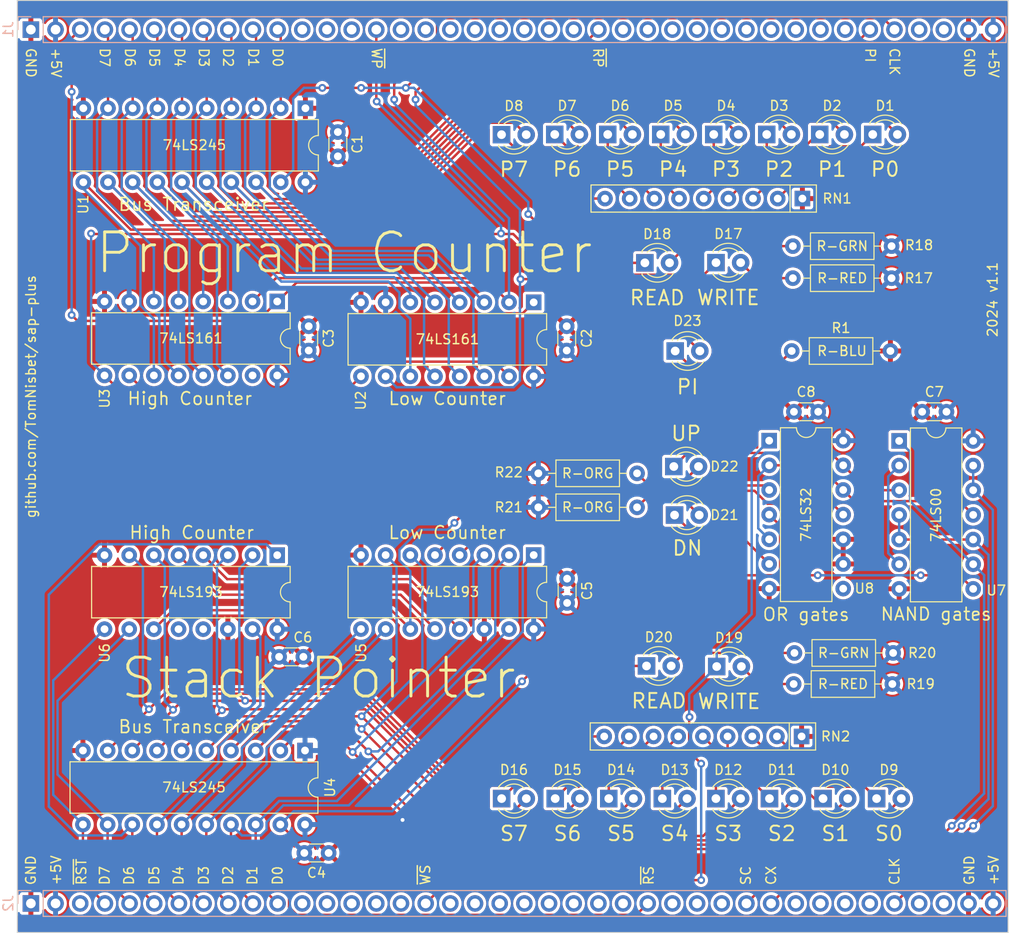
<source format=kicad_pcb>
(kicad_pcb (version 20240108) (generator "pcbnew") (generator_version "8.0")
  (title_block (title "SAP-Plus Program Counter and Stack Pointer") (date "2024-11-30") (rev "1.1") (company "github.com/TomNisbet/sap-plus"))
  (layers (0 "F.Cu" signal) (31 "B.Cu" signal) (34 "B.Paste" user) (35 "F.Paste" user) (36 "B.SilkS" user "B.Silkscreen") (37 "F.SilkS" user "F.Silkscreen") (38 "B.Mask" user) (39 "F.Mask" user) (44 "Edge.Cuts" user))
  (net 0 "")
  (net 1 "CLK")
  (net 2 "D0")
  (net 3 "D1")
  (net 4 "D2")
  (net 5 "D3")
  (net 6 "D4")
  (net 7 "D5")
  (net 8 "D6")
  (net 9 "D7")
  (net 10 "GND")
  (net 12 "~{RST}")
  (net 13 "+5V")
  (net 14 "Net-(D1-K)")
  (net 15 "Net-(D2-K)")
  (net 16 "Net-(D3-K)")
  (net 17 "Net-(D4-K)")
  (net 18 "Net-(D5-K)")
  (net 19 "Net-(D6-K)")
  (net 20 "Net-(D7-K)")
  (net 21 "Net-(D8-K)")
  (net 22 "Net-(D9-K)")
  (net 23 "Net-(D10-K)")
  (net 24 "Net-(D11-K)")
  (net 25 "Net-(D12-K)")
  (net 26 "Net-(D13-K)")
  (net 27 "Net-(D14-K)")
  (net 28 "Net-(D15-K)")
  (net 29 "Net-(D16-K)")
  (net 30 "Net-(D17-A)")
  (net 31 "Net-(D18-A)")
  (net 32 "Net-(D19-A)")
  (net 33 "Net-(D20-A)")
  (net 34 "Net-(D21-A)")
  (net 35 "Net-(D22-A)")
  (net 51 "/PC0")
  (net 52 "/PC1")
  (net 53 "/PC2")
  (net 54 "/PC3")
  (net 55 "/PC4")
  (net 56 "/PC5")
  (net 57 "/PC6")
  (net 58 "/PC7")
  (net 63 "~{RP}")
  (net 64 "~{WP}")
  (net 65 "PI")
  (net 70 "~{WS}")
  (net 71 "~{RS}")
  (net 72 "/SP7")
  (net 73 "/SP6")
  (net 74 "/SP5")
  (net 75 "/SP4")
  (net 76 "/SP3")
  (net 77 "/SP2")
  (net 78 "/SP1")
  (net 79 "/SP0")
  (net 80 "SC")
  (net 81 "CX")
  (net 85 "/up")
  (net 86 "/down")
  (net 87 "/load")
  (net 91 "/bo-down")
  (net 92 "/co-up")
  (net 96 "/pc-carry")
  (net 107 "~{SD}")
  (net 108 "~{SU}")
  (net 112 "Net-(U7-Pad11)")
  (net 113 "Net-(U7-Pad2)")
  (net 118 "Net-(D23-K)")
  (footprint "LED_THT:LED_D3.0mm" (layer "F.Cu") (at 173.46 125.2)
    (property "Reference" "D9")
    (property "Value" "S0")
  )
  (footprint "LED_THT:LED_D3.0mm" (layer "F.Cu") (at 167.94571 125.2)
    (property "Reference" "D10")
    (property "Value" "S1")
  )
  (footprint "LED_THT:LED_D3.0mm" (layer "F.Cu") (at 162.431425 125.2)
    (property "Reference" "D11")
    (property "Value" "S2")
  )
  (footprint "LED_THT:LED_D3.0mm" (layer "F.Cu") (at 156.91714 125.2)
    (property "Reference" "D12")
    (property "Value" "S3")
  )
  (footprint "LED_THT:LED_D3.0mm" (layer "F.Cu") (at 151.402855 125.2)
    (property "Reference" "D13")
    (property "Value" "S4")
  )
  (footprint "LED_THT:LED_D3.0mm" (layer "F.Cu") (at 145.88857 125.2)
    (property "Reference" "D14")
    (property "Value" "S5")
  )
  (footprint "LED_THT:LED_D3.0mm" (layer "F.Cu") (at 134.86 125.2)
    (property "Reference" "D16")
    (property "Value" "S7")
  )
  (footprint "LED_THT:LED_D3.0mm" (layer "F.Cu") (at 149.605 70.02)
    (property "Reference" "D18")
    (property "Value" "READ")
  )
  (footprint "Resistor_THT:R_Axial_DIN0207_L6.3mm_D2.5mm_P10.16mm_Horizontal" (layer "F.Cu") (at 175 68.3 180)
    (property "Reference" "R18")
    (property "Value" "R-GRN")
  )
  (footprint "Capacitor_THT:C_Disc_D3.0mm_W1.6mm_P2.50mm" (layer "F.Cu") (at 141.6 102.55 -90)
    (property "Reference" "C5")
    (property "Value" "0.1uF")
  )
  (footprint "LED_THT:LED_D3.0mm" (layer "F.Cu") (at 140.374285 125.2)
    (property "Reference" "D15")
    (property "Value" "S6")
  )
  (footprint "Capacitor_THT:C_Disc_D3.0mm_W1.6mm_P2.50mm" (layer "F.Cu") (at 118 59.05 90)
    (property "Reference" "C1")
    (property "Value" "0.1uF")
  )
  (footprint "Capacitor_THT:C_Disc_D3.0mm_W1.6mm_P2.50mm" (layer "F.Cu") (at 141.56 76.55 -90)
    (property "Reference" "C2")
    (property "Value" "0.1uF")
  )
  (footprint "Capacitor_THT:C_Disc_D3.0mm_W1.6mm_P2.50mm" (layer "F.Cu") (at 115 76.55 -90)
    (property "Reference" "C3")
    (property "Value" "0.1uF")
  )
  (footprint "Capacitor_THT:C_Disc_D3.0mm_W1.6mm_P2.50mm" (layer "F.Cu") (at 117.05 130.8 180)
    (property "Reference" "C4")
    (property "Value" "0.1uF")
  )
  (footprint "Capacitor_THT:C_Disc_D3.0mm_W1.6mm_P2.50mm" (layer "F.Cu") (at 114.45 110.6 180)
    (property "Reference" "C6")
    (property "Value" "0.1uF")
  )
  (footprint "Capacitor_THT:C_Disc_D3.0mm_W1.6mm_P2.50mm" (layer "F.Cu") (at 178.15 85.36)
    (property "Reference" "C7")
    (property "Value" "0.1uF")
  )
  (footprint "LED_THT:LED_D3.0mm" (layer "F.Cu") (at 173.06 56.8)
    (property "Reference" "D1")
    (property "Value" "P0")
  )
  (footprint "LED_THT:LED_D3.0mm" (layer "F.Cu") (at 167.604284 56.8)
    (property "Reference" "D2")
    (property "Value" "P1")
  )
  (footprint "LED_THT:LED_D3.0mm" (layer "F.Cu") (at 162.14857 56.8)
    (property "Reference" "D3")
    (property "Value" "P2")
  )
  (footprint "LED_THT:LED_D3.0mm" (layer "F.Cu") (at 156.692856 56.8)
    (property "Reference" "D4")
    (property "Value" "P3")
  )
  (footprint "LED_THT:LED_D3.0mm" (layer "F.Cu") (at 151.237142 56.8)
    (property "Reference" "D5")
    (property "Value" "P4")
  )
  (footprint "LED_THT:LED_D3.0mm" (layer "F.Cu") (at 145.781428 56.8)
    (property "Reference" "D6")
    (property "Value" "P5")
  )
  (footprint "LED_THT:LED_D3.0mm" (layer "F.Cu") (at 140.325714 56.8)
    (property "Reference" "D7")
    (property "Value" "P6")
  )
  (footprint "LED_THT:LED_D3.0mm" (layer "F.Cu") (at 156.925 70)
    (property "Reference" "D17")
    (property "Value" "WRITE")
  )
  (footprint "LED_THT:LED_D3.0mm" (layer "F.Cu") (at 157 111.6)
    (property "Reference" "D19")
    (property "Value" "WRITE")
  )
  (footprint "LED_THT:LED_D3.0mm" (layer "F.Cu") (at 149.775 111.54)
    (property "Reference" "D20")
    (property "Value" "READ")
  )
  (footprint "Resistor_THT:R_Axial_DIN0207_L6.3mm_D2.5mm_P10.16mm_Horizontal" (layer "F.Cu") (at 175 71.6 180)
    (property "Reference" "R17")
    (property "Value" "R-RED")
  )
  (footprint "Resistor_THT:R_Axial_DIN0207_L6.3mm_D2.5mm_P10.16mm_Horizontal" (layer "F.Cu") (at 175.08 113.4 180)
    (property "Reference" "R19")
    (property "Value" "R-RED")
  )
  (footprint "Resistor_THT:R_Axial_DIN0207_L6.3mm_D2.5mm_P10.16mm_Horizontal" (layer "F.Cu") (at 175.16 110.2 180)
    (property "Reference" "R20")
    (property "Value" "R-GRN")
  )
  (footprint "Package_DIP:DIP-20_W7.62mm" (layer "F.Cu") (at 114.66 54.1 -90)
    (property "Reference" "U1")
    (property "Value" "74LS245")
  )
  (footprint "Package_DIP:DIP-16_W7.62mm" (layer "F.Cu") (at 138.16 74.09 -90)
    (property "Reference" "U2")
    (property "Value" "74LS161")
  )
  (footprint "Package_DIP:DIP-16_W7.62mm" (layer "F.Cu") (at 111.76 74 -90)
    (property "Reference" "U3")
    (property "Value" "74LS161")
  )
  (footprint "Package_DIP:DIP-20_W7.62mm" (layer "F.Cu") (at 114.62 120.25 -90)
    (property "Reference" "U4")
    (property "Value" "74LS245")
  )
  (footprint "Package_DIP:DIP-14_W7.62mm" (layer "F.Cu") (at 175.78 88.36)
    (property "Reference" "U7")
    (property "Value" "74LS00")
  )
  (footprint "Capacitor_THT:C_Disc_D3.0mm_W1.6mm_P2.50mm" (layer "F.Cu") (at 164.95 85.36)
    (property "Reference" "C8")
    (property "Value" "0.1uF")
  )
  (footprint "Package_DIP:DIP-16_W7.62mm" (layer "F.Cu") (at 138.16 100.12 -90)
    (property "Reference" "U5")
    (property "Value" "74LS193")
  )
  (footprint "Package_DIP:DIP-16_W7.62mm" (layer "F.Cu") (at 111.76 100.13 -90)
    (property "Reference" "U6")
    (property "Value" "74LS193")
  )
  (footprint "LED_THT:LED_D3.0mm" (layer "F.Cu") (at 134.85 56.82)
    (property "Reference" "D8")
    (property "Value" "P7")
  )
  (footprint "LED_THT:LED_D3.0mm" (layer "F.Cu") (at 152.66 96)
    (property "Reference" "D21")
    (property "Value" "DN")
  )
  (footprint "LED_THT:LED_D3.0mm" (layer "F.Cu") (at 152.585 91)
    (property "Reference" "D22")
    (property "Value" "UP")
  )
  (footprint "Resistor_THT:R_Axial_DIN0207_L6.3mm_D2.5mm_P10.16mm_Horizontal" (layer "F.Cu") (at 148.8 95.2 180)
    (property "Reference" "R21")
    (property "Value" "R-ORG")
  )
  (footprint "Resistor_THT:R_Axial_DIN0207_L6.3mm_D2.5mm_P10.16mm_Horizontal" (layer "F.Cu") (at 148.8 91.7 180)
    (property "Reference" "R22")
    (property "Value" "R-ORG")
  )
  (footprint "Resistor_THT:R_Axial_DIN0207_L6.3mm_D2.5mm_P10.16mm_Horizontal" (layer "F.Cu") (at 164.72 79.1)
    (property "Reference" "R1")
    (property "Value" "R-BLU")
  )
  (footprint "LED_THT:LED_D3.0mm" (layer "F.Cu") (at 152.725 79.1)
    (property "Reference" "D23")
    (property "Value" "PI")
  )
  (footprint "Package_DIP:DIP-14_W7.62mm" (layer "F.Cu") (at 162.4 88.335)
    (property "Reference" "U8")
    (property "Value" "74LS32")
  )
  (footprint "Resistor_THT:R_Array_SIP9" (layer "F.Cu") (at 165.82 63.4 180)
    (property "Reference" "RN1")
    (property "Value" "R-GRN")
  )
  (footprint "Resistor_THT:R_Array_SIP9" (layer "F.Cu") (at 165.74 118.8 180)
    (property "Reference" "RN2")
    (property "Value" "R-RED")
  )
  (footprint "Connector_PinHeader_2.54mm:PinHeader_1x40_P2.54mm_Vertical" (layer "B.Cu") (at 86.4 46 -90)
    (property "Reference" "J1")
    (property "Value" "Bus")
  )
  (footprint "Connector_PinHeader_2.54mm:PinHeader_1x40_P2.54mm_Vertical" (layer "B.Cu") (at 86.4 136 -90)
    (property "Reference" "J2")
    (property "Value" "Bus")
  )
  (gr_line (start 85 139) (end 85 43) (stroke (width 0.1)) (layer "Edge.Cuts"))
  (gr_line (start 187 43) (end 187 139) (stroke (width 0.1)) (layer "Edge.Cuts"))
  (gr_line (start 187 139) (end 85 139) (stroke (width 0.1)) (layer "Edge.Cuts"))
  (gr_line (start 85 43) (end 187 43) (stroke (width 0.1)) (layer "Edge.Cuts"))
  (gr_text "D6" (at 96.5 134.2 90) (layer "F.SilkS") (effects (font (size 1 1)) (justify left)))
  (gr_text "D5" (at 99.1 134.2 90) (layer "F.SilkS") (effects (font (size 1 1)) (justify left)))
  (gr_text "D4" (at 101.6 134.2 90) (layer "F.SilkS") (effects (font (size 1 1)) (justify left)))
  (gr_text "D3" (at 104.2 134.2 90) (layer "F.SilkS") (effects (font (size 1 1)) (justify left)))
  (gr_text "D2" (at 106.7 134.2 90) (layer "F.SilkS") (effects (font (size 1 1)) (justify left)))
  (gr_text "D1" (at 109.2 134.2 90) (layer "F.SilkS") (effects (font (size 1 1)) (justify left)))
  (gr_text "D0" (at 111.8 134.2 90) (layer "F.SilkS") (effects (font (size 1 1)) (justify left)))
  (gr_text "GND" (at 86.4 134.2 90) (layer "F.SilkS") (effects (font (size 1 1)) (justify left)))
  (gr_text "CX" (at 162.6 134.2 90) (layer "F.SilkS") (effects (font (size 1 1)) (justify left)))
  (gr_text "CLK" (at 175.3 134.2 90) (layer "F.SilkS") (effects (font (size 1 1)) (justify left)))
  (gr_text "~{RST}" (at 91.6 134.2 90) (layer "F.SilkS") (effects (font (size 1 1)) (justify left)))
  (gr_text "+5V" (at 185.5 134.2 90) (layer "F.SilkS") (effects (font (size 1 1)) (justify left)))
  (gr_text "D2" (at 106.7 47.8 270) (layer "F.SilkS") (effects (font (size 1 1)) (justify left)))
  (gr_text "D7" (at 94 47.8 270) (layer "F.SilkS") (effects (font (size 1 1)) (justify left)))
  (gr_text "D6" (at 96.6 47.8 270) (layer "F.SilkS") (effects (font (size 1 1)) (justify left)))
  (gr_text "D3" (at 104.2 47.8 270) (layer "F.SilkS") (effects (font (size 1 1)) (justify left)))
  (gr_text "D5" (at 99.1 47.8 270) (layer "F.SilkS") (effects (font (size 1 1)) (justify left)))
  (gr_text "D0" (at 111.8 47.8 270) (layer "F.SilkS") (effects (font (size 1 1)) (justify left)))
  (gr_text "D4" (at 101.7 47.8 270) (layer "F.SilkS") (effects (font (size 1 1)) (justify left)))
  (gr_text "GND" (at 86.4 47.8 270) (layer "F.SilkS") (effects (font (size 1 1)) (justify left)))
  (gr_text "+5V" (at 185.5 47.8 270) (layer "F.SilkS") (effects (font (size 1 1)) (justify left)))
  (gr_text "PI" (at 172.8 47.8 270) (layer "F.SilkS") (effects (font (size 1 1)) (justify left)))
  (gr_text "CLK" (at 175.3 47.8 270) (layer "F.SilkS") (effects (font (size 1 1)) (justify left)))
  (gr_text "D1" (at 109.3 47.8 270) (layer "F.SilkS") (effects (font (size 1 1)) (justify left)))
  (gr_text "Stack Pointer" (at 116 112.8 0) (layer "F.SilkS") (effects (font (size 4 4) (thickness 0.3))))
  (gr_text "~{RP}" (at 144.8 47.8 270) (layer "F.SilkS") (effects (font (size 1 1)) (justify left)))
  (gr_text "+5V" (at 89 134.2 90) (layer "F.SilkS") (effects (font (size 1 1)) (justify left)))
  (gr_text "GND" (at 183 134.2 90) (layer "F.SilkS") (effects (font (size 1 1)) (justify left)))
  (gr_text "SC" (at 160 134.2 90) (layer "F.SilkS") (effects (font (size 1 1)) (justify left)))
  (gr_text "+5V" (at 89 47.8 270) (layer "F.SilkS") (effects (font (size 1 1)) (justify left)))
  (gr_text "~{WS}" (at 127 134.2 90) (layer "F.SilkS") (effects (font (size 1 1)) (justify left)))
  (gr_text "GND" (at 183 47.8 270) (layer "F.SilkS") (effects (font (size 1 1)) (justify left)))
  (gr_text "D7" (at 94 134.2 90) (layer "F.SilkS") (effects (font (size 1 1)) (justify left)))
  (gr_text "${COMPANY}" (at 86.4 83.8 90) (layer "F.SilkS") (effects (font (size 1 1))))
  (gr_text "2024 v${REVISION}" (at 185.4 73.8 90) (layer "F.SilkS") (effects (font (size 1 1))))
  (gr_text "~{WP}" (at 122 47.8 270) (layer "F.SilkS") (effects (font (size 1 1)) (justify left)))
  (gr_text "OR gates" (at 166.2 107 0) (layer "F.SilkS") (effects (font (size 1.3 1.3) (thickness 0.17)) (justify bottom)))
  (gr_text "Program Counter" (at 118.66 69 0) (layer "F.SilkS") (effects (font (size 4 4) (thickness 0.3))))
  (gr_text "~{RS}" (at 150 134.2 90) (layer "F.SilkS") (effects (font (size 1 1)) (justify left)))
  (segment (start 109.22 74) (end 111.62 71.6) (width 0.25) (layer "F.Cu") (net 1))
  (segment (start 128.215 47.185) (end 128.215 45.513299) (width 0.25) (layer "F.Cu") (net 1))
  (segment (start 111.62 71.6) (end 133.13 71.6) (width 0.25) (layer "F.Cu") (net 1))
  (segment (start 123.8 51.6) (end 128.215 47.185) (width 0.25) (layer "F.Cu") (net 1))
  (segment (start 123.8 53.2) (end 123.8 51.6) (width 0.25) (layer "F.Cu") (net 1))
  (segment (start 128.903299 44.825) (end 174.125 44.825) (width 0.25) (layer "F.Cu") (net 1))
  (segment (start 183.4 128) (end 183.3 128) (width 0.25) (layer "F.Cu") (net 1))
  (segment (start 128.215 45.513299) (end 128.903299 44.825) (width 0.25) (layer "F.Cu") (net 1))
  (segment (start 183.3 128) (end 175.3 136) (width 0.25) (layer "F.Cu") (net 1))
  (segment (start 133.13 71.6) (end 135.62 74.09) (width 0.25) (layer "F.Cu") (net 1))
  (segment (start 174.125 44.825) (end 175.3 46) (width 0.25) (layer "F.Cu") (net 1))
  (via (at 123.8 53.2) (size 0.8) (drill 0.4) (layers "F.Cu" "B.Cu") (net 1))
  (via (at 183.4 128) (size 0.8) (drill 0.4) (layers "F.Cu" "B.Cu") (net 1))
  (segment (start 123.8 53.6) (end 135.62 65.42) (width 0.25) (layer "B.Cu") (net 1))
  (segment (start 185.425 95.465) (end 183.4 93.44) (width 0.25) (layer "B.Cu") (net 1))
  (segment (start 183.4 90.9) (end 183.4 93.44) (width 0.25) (layer "B.Cu") (net 1))
  (segment (start 183.4 128) (end 185.425 125.975) (width 0.25) (layer "B.Cu") (net 1))
  (segment (start 185.425 125.975) (end 185.425 95.465) (width 0.25) (layer "B.Cu") (net 1))
  (segment (start 135.62 65.42) (end 135.62 74.09) (width 0.25) (layer "B.Cu") (net 1))
  (segment (start 123.8 53.2) (end 123.8 53.6) (width 0.25) (layer "B.Cu") (net 1))
  (segment (start 112.12 46.32) (end 111.8 46) (width 0.25) (layer "F.Cu") (net 2))
  (segment (start 109.54 127.87) (end 109.54 133.74) (width 0.25) (layer "F.Cu") (net 2))
  (segment (start 112.12 54.1) (end 112.12 46.32) (width 0.25) (layer "F.Cu") (net 2))
  (segment (start 109.54 133.74) (end 111.8 136) (width 0.25) (layer "F.Cu") (net 2))
  (segment (start 117.910011 125.449989) (end 111.960011 125.449989) (width 0.25) (layer "B.Cu") (net 2))
  (segment (start 110.994999 55.225001) (end 110.994999 62.260001) (width 0.25) (layer "B.Cu") (net 2))
  (segment (start 112.12 54.1) (end 110.994999 55.225001) (width 0.25) (layer "B.Cu") (net 2))
  (segment (start 127.79 68.8) (end 133.08 74.09) (width 0.25) (layer "B.Cu") (net 2))
  (segment (start 110.994999 62.260001) (end 117.534998 68.8) (width 0.25) (layer "B.Cu") (net 2))
  (segment (start 117.534998 68.8) (end 127.79 68.8) (width 0.25) (layer "B.Cu") (net 2))
  (segment (start 135.62 107.74) (end 117.910011 125.449989) (width 0.25) (layer "B.Cu") (net 2))
  (segment (start 111.960011 125.449989) (end 109.54 127.87) (width 0.25) (layer "B.Cu") (net 2))
  (segment (start 107 127.87) (end 107 133.74) (width 0.25) (layer "F.Cu") (net 3))
  (segment (start 109.58 46.32) (end 109.26 46) (width 0.25) (layer "F.Cu") (net 3))
  (segment (start 109.58 54.1) (end 109.58 46.32) (width 0.25) (layer "F.Cu") (net 3))
  (segment (start 107 133.74) (end 109.26 136) (width 0.25) (layer "F.Cu") (net 3))
  (segment (start 109.58 54.1) (end 108.454999 55.225001) (width 0.25) (layer "B.Cu") (net 3))
  (segment (start 137.034999 101.245001) (end 137.034999 107.990003) (width 0.25) (layer "B.Cu") (net 3))
  (segment (start 108.454999 62.260001) (end 115.894998 69.7) (width 0.25) (layer "B.Cu") (net 3))
  (segment (start 126.15 69.7) (end 130.54 74.09) (width 0.25) (layer "B.Cu") (net 3))
  (segment (start 110.665001 128.410001) (end 110.080001 128.995001) (width 0.25) (layer "B.Cu") (net 3))
  (segment (start 138.16 100.12) (end 137.034999 101.245001) (width 0.25) (layer "B.Cu") (net 3))
  (segment (start 110.665001 127.619997) (end 110.665001 128.410001) (width 0.25) (layer "B.Cu") (net 3))
  (segment (start 110.080001 128.995001) (end 108.125001 128.995001) (width 0.25) (layer "B.Cu") (net 3))
  (segment (start 112.384998 125.9) (end 110.665001 127.619997) (width 0.25) (layer "B.Cu") (net 3))
  (segment (start 119.125002 125.9) (end 112.384998 125.9) (width 0.25) (layer "B.Cu") (net 3))
  (segment (start 115.894998 69.7) (end 126.15 69.7) (width 0.25) (layer "B.Cu") (net 3))
  (segment (start 108.125001 128.995001) (end 107 127.87) (width 0.25) (layer "B.Cu") (net 3))
  (segment (start 108.454999 55.225001) (end 108.454999 62.260001) (width 0.25) (layer "B.Cu") (net 3))
  (segment (start 137.034999 107.990003) (end 119.125002 125.9) (width 0.25) (layer "B.Cu") (net 3))
  (segment (start 107.04 54.1) (end 107.04 46.32) (width 0.25) (layer "F.Cu") (net 4))
  (segment (start 104.46 133.74) (end 106.72 136) (width 0.25) (layer "F.Cu") (net 4))
  (segment (start 107.04 46.32) (end 106.72 46) (width 0.25) (layer "F.Cu") (net 4))
  (segment (start 104.46 127.87) (end 104.46 133.74) (width 0.25) (layer "F.Cu") (net 4))
  (segment (start 114.254998 70.6) (end 124.51 70.6) (width 0.25) (layer "B.Cu") (net 4))
  (segment (start 110.665001 119.994999) (end 110.665001 121.664999) (width 0.25) (layer "B.Cu") (net 4))
  (segment (start 110.665001 121.664999) (end 104.46 127.87) (width 0.25) (layer "B.Cu") (net 4))
  (segment (start 124.51 70.6) (end 128 74.09) (width 0.25) (layer "B.Cu") (net 4))
  (segment (start 105.914999 55.225001) (end 105.914999 62.260001) (width 0.25) (layer "B.Cu") (net 4))
  (segment (start 105.914999 62.260001) (end 114.254998 70.6) (width 0.25) (layer "B.Cu") (net 4))
  (segment (start 122.92 107.74) (end 110.665001 119.994999) (width 0.25) (layer "B.Cu") (net 4))
  (segment (start 107.04 54.1) (end 105.914999 55.225001) (width 0.25) (layer "B.Cu") (net 4))
  (segment (start 104.5 46.32) (end 104.18 46) (width 0.25) (layer "F.Cu") (net 5))
  (segment (start 104.5 54.1) (end 104.5 46.32) (width 0.25) (layer "F.Cu") (net 5))
  (segment (start 101.92 127.87) (end 101.92 133.74) (width 0.25) (layer "F.Cu") (net 5))
  (segment (start 101.92 133.74) (end 104.18 136) (width 0.25) (layer "F.Cu") (net 5))
  (segment (start 108.125001 119.994999) (end 108.125001 121.664999) (width 0.25) (layer "B.Cu") (net 5))
  (segment (start 120.38 107.74) (end 108.125001 119.994999) (width 0.25) (layer "B.Cu") (net 5))
  (segment (start 108.125001 121.664999) (end 101.92 127.87) (width 0.25) (layer "B.Cu") (net 5))
  (segment (start 104.5 54.1) (end 103.374999 55.225001) (width 0.25) (layer "B.Cu") (net 5))
  (segment (start 112.614998 71.5) (end 123.785 71.5) (width 0.25) (layer "B.Cu") (net 5))
  (segment (start 125.46 73.175) (end 125.46 74.09) (width 0.25) (layer "B.Cu") (net 5))
  (segment (start 103.374999 62.260001) (end 112.614998 71.5) (width 0.25) (layer "B.Cu") (net 5))
  (segment (start 103.374999 55.225001) (end 103.374999 62.260001) (width 0.25) (layer "B.Cu") (net 5))
  (segment (start 123.785 71.5) (end 125.46 73.175) (width 0.25) (layer "B.Cu") (net 5))
  (segment (start 101.96 54.1) (end 101.96 46.32) (width 0.25) (layer "F.Cu") (net 6))
  (segment (start 101.96 46.32) (end 101.64 46) (width 0.25) (layer "F.Cu") (net 6))
  (segment (start 99.38 133.74) (end 101.64 136) (width 0.25) (layer "F.Cu") (net 6))
  (segment (start 99.38 127.87) (end 99.38 133.74) (width 0.25) (layer "F.Cu") (net 6))
  (segment (start 100.834999 55.225001) (end 100.834999 62.498589) (width 0.25) (layer "B.Cu") (net 6))
  (segment (start 101.96 54.1) (end 100.834999 55.225001) (width 0.25) (layer "B.Cu") (net 6))
  (segment (start 105.72 119.86) (end 105.72 121.53) (width 0.25) (layer "B.Cu") (net 6))
  (segment (start 106.82 118.76) (end 105.72 119.86) (width 0.25) (layer "B.Cu") (net 6))
  (segment (start 106.824998 118.76) (end 106.82 118.76) (width 0.25) (layer "B.Cu") (net 6))
  (segment (start 100.834999 62.498589) (end 106.68 68.34359) (width 0.25) (layer "B.Cu") (net 6))
  (segment (start 106.68 68.34359) (end 106.68 74) (width 0.25) (layer "B.Cu") (net 6))
  (segment (start 109.22 107.75) (end 110.019999 108.549999) (width 0.25) (layer "B.Cu") (net 6))
  (segment (start 110.019999 108.549999) (end 110.019999 115.564999) (width 0.25) (layer "B.Cu") (net 6))
  (segment (start 105.72 121.53) (end 99.38 127.87) (width 0.25) (layer "B.Cu") (net 6))
  (segment (start 110.019999 115.564999) (end 106.824998 118.76) (width 0.25) (layer "B.Cu") (net 6))
  (segment (start 99.42 46.32) (end 99.1 46) (width 0.25) (layer "F.Cu") (net 7))
  (segment (start 99.42 54.1) (end 99.42 46.32) (width 0.25) (layer "F.Cu") (net 7))
  (segment (start 96.84 133.74) (end 99.1 136) (width 0.25) (layer "F.Cu") (net 7))
  (segment (start 96.84 127.87) (end 96.84 133.74) (width 0.25) (layer "F.Cu") (net 7))
  (segment (start 88.24998 104.195018) (end 88.24998 126.024982) (width 0.25) (layer "B.Cu") (net 7))
  (segment (start 104.14 68.34359) (end 104.14 74) (width 0.25) (layer "B.Cu") (net 7))
  (segment (start 98.294999 55.225001) (end 98.294999 62.498589) (width 0.25) (layer "B.Cu") (net 7))
  (segment (start 91.219999 128.995001) (end 95.714999 128.995001) (width 0.25) (layer "B.Cu") (net 7))
  (segment (start 111.76 100.13) (end 110.634999 99.004999) (width 0.25) (layer "B.Cu") (net 7))
  (segment (start 99.42 54.1) (end 98.294999 55.225001) (width 0.25) (layer "B.Cu") (net 7))
  (segment (start 110.634999 99.004999) (end 93.439999 99.004999) (width 0.25) (layer "B.Cu") (net 7))
  (segment (start 93.439999 99.004999) (end 88.24998 104.195018) (width 0.25) (layer "B.Cu") (net 7))
  (segment (start 95.714999 128.995001) (end 96.84 127.87) (width 0.25) (layer "B.Cu") (net 7))
  (segment (start 98.294999 62.498589) (end 104.14 68.34359) (width 0.25) (layer "B.Cu") (net 7))
  (segment (start 88.24998 126.024982) (end 91.219999 128.995001) (width 0.25) (layer "B.Cu") (net 7))
  (segment (start 94.3 127.87) (end 94.3 133.74) (width 0.25) (layer "F.Cu") (net 8))
  (segment (start 94.3 133.74) (end 96.56 136) (width 0.25) (layer "F.Cu") (net 8))
  (segment (start 96.88 46.32) (end 96.56 46) (width 0.25) (layer "F.Cu") (net 8))
  (segment (start 96.88 54.1) (end 96.88 46.32) (width 0.25) (layer "F.Cu") (net 8))
  (segment (start 96.88 54.1) (end 95.754999 55.225001) (width 0.25) (layer "B.Cu") (net 8))
  (segment (start 96.52 107.75) (end 89.15 115.12) (width 0.25) (layer "B.Cu") (net 8))
  (segment (start 89.15 122.72) (end 94.3 127.87) (width 0.25) (layer "B.Cu") (net 8))
  (segment (start 95.754999 62.498589) (end 101.6 68.34359) (width 0.25) (layer "B.Cu") (net 8))
  (segment (start 101.6 68.34359) (end 101.6 74) (width 0.25) (layer "B.Cu") (net 8))
  (segment (start 89.15 115.12) (end 89.15 122.72) (width 0.25) (layer "B.Cu") (net 8))
  (segment (start 95.754999 55.225001) (end 95.754999 62.498589) (width 0.25) (layer "B.Cu") (net 8))
  (segment (start 94.34 46.32) (end 94.02 46) (width 0.25) (layer "F.Cu") (net 9))
  (segment (start 91.76 127.87) (end 91.76 133.74) (width 0.25) (layer "F.Cu") (net 9))
  (segment (start 94.34 54.1) (end 94.34 46.32) (width 0.25) (layer "F.Cu") (net 9))
  (segment (start 91.76 133.74) (end 94.02 136) (width 0.25) (layer "F.Cu") (net 9))
  (segment (start 99.06 68.46) (end 99.06 74) (width 0.25) (layer "B.Cu") (net 9))
  (segment (start 88.699989 113.030011) (end 88.699989 124.809989) (width 0.25) (layer "B.Cu") (net 9))
  (segment (start 94.34 54.1) (end 93.214999 55.225001) (width 0.25) (layer "B.Cu") (net 9))
  (segment (start 88.699989 124.809989) (end 91.76 127.87) (width 0.25) (layer "B.Cu") (net 9))
  (segment (start 93.214999 55.225001) (end 93.214999 62.614999) (width 0.25) (layer "B.Cu") (net 9))
  (segment (start 93.214999 62.614999) (end 99.06 68.46) (width 0.25) (layer "B.Cu") (net 9))
  (segment (start 93.98 107.75) (end 88.699989 113.030011) (width 0.25) (layer "B.Cu") (net 9))
  (segment (start 91.48 46) (end 90.6 46.88) (width 0.25) (layer "F.Cu") (net 12))
  (segment (start 134.4 73.506396) (end 134.4 74.6) (width 0.25) (layer "F.Cu") (net 12))
  (segment (start 111.76 74) (end 111.8 74) (width 0.25) (layer "F.Cu") (net 12))
  (segment (start 113.75 72.05) (end 132.943604 72.05) (width 0.25) (layer "F.Cu") (net 12))
  (segment (start 134.4 74.6) (end 135.015 75.215) (width 0.25) (layer "F.Cu") (net 12))
  (segment (start 132.943604 72.05) (end 134.4 73.506396) (width 0.25) (layer "F.Cu") (net 12))
  (segment (start 91.2 76) (end 109.76 76) (width 0.25) (layer "F.Cu") (net 12))
  (segment (start 135.015 75.215) (end 137.035 75.215) (width 0.25) (layer "F.Cu") (net 12))
  (segment (start 90.6 46.88) (end 90.6 52.4) (width 0.25) (layer "F.Cu") (net 12))
  (segment (start 137.035 75.215) (end 138.16 74.09) (width 0.25) (layer "F.Cu") (net 12))
  (segment (start 109.76 76) (end 111.76 74) (width 0.25) (layer "F.Cu") (net 12))
  (segment (start 111.8 74) (end 113.75 72.05) (width 0.25) (layer "F.Cu") (net 12))
  (segment (start 90.6 75.4) (end 91.2 76) (width 0.25) (layer "F.Cu") (net 12))
  (via (at 90.6 75.4) (size 0.8) (drill 0.4) (layers "F.Cu" "B.Cu") (net 12))
  (via (at 90.6 52.4) (size 0.8) (drill 0.4) (layers "F.Cu" "B.Cu") (net 12))
  (segment (start 90.6 75.4) (end 90.63 75.37) (width 0.25) (layer "B.Cu") (net 12))
  (segment (start 90.6 52.4) (end 90.6 75.4) (width 0.25) (layer "B.Cu") (net 12))
  (segment (start 118.31 120.25) (end 124.66 126.6) (width 0.25) (layer "F.Cu") (net 13))
  (segment (start 114.62 120.25) (end 118.31 120.25) (width 0.25) (layer "F.Cu") (net 13))
  (segment (start 124.66 126.6) (end 124.66 127.4) (width 0.25) (layer "F.Cu") (net 13))
  (via (at 124.66 127.4) (size 0.8) (drill 0.4) (layers "F.Cu" "B.Cu") (net 13))
  (segment (start 173.06 56.8) (end 171.835 58.025) (width 0.25) (layer "F.Cu") (net 14))
  (segment (start 168.655 58.025) (end 163.28 63.4) (width 0.25) (layer "F.Cu") (net 14))
  (segment (start 171.835 58.025) (end 168.655 58.025) (width 0.25) (layer "F.Cu") (net 14))
  (segment (start 167.34 56.8) (end 160.74 63.4) (width 0.25) (layer "F.Cu") (net 15))
  (segment (start 167.604284 56.8) (end 167.34 56.8) (width 0.25) (layer "F.Cu") (net 15))
  (segment (start 162.14857 59.45143) (end 158.2 63.4) (width 0.25) (layer "F.Cu") (net 16))
  (segment (start 162.14857 56.8) (end 162.14857 59.45143) (width 0.25) (layer "F.Cu") (net 16))
  (segment (start 156.692856 56.8) (end 156.692856 62.367144) (width 0.25) (layer "F.Cu") (net 17))
  (segment (start 156.692856 62.367144) (end 155.66 63.4) (width 0.25) (layer "F.Cu") (net 17))
  (segment (start 151.237142 56.8) (end 151.237142 61.517142) (width 0.25) (layer "F.Cu") (net 18))
  (segment (start 151.237142 61.517142) (end 153.12 63.4) (width 0.25) (layer "F.Cu") (net 18))
  (segment (start 145.781428 56.8) (end 145.781428 58.601428) (width 0.25) (layer "F.Cu") (net 19))
  (segment (start 145.781428 58.601428) (end 150.58 63.4) (width 0.25) (layer "F.Cu") (net 19))
  (segment (start 140.325714 56.8) (end 141.550714 58.025) (width 0.25) (layer "F.Cu") (net 20))
  (segment (start 142.665 58.025) (end 148.04 63.4) (width 0.25) (layer "F.Cu") (net 20))
  (segment (start 141.550714 58.025) (end 142.665 58.025) (width 0.25) (layer "F.Cu") (net 20))
  (segment (start 141.43 63.4) (end 145.5 63.4) (width 0.25) (layer "F.Cu") (net 21))
  (segment (start 134.85 56.82) (end 141.43 63.4) (width 0.25) (layer "F.Cu") (net 21))
  (segment (start 163.2 118.8) (end 168.375 123.975) (width 0.25) (layer "F.Cu") (net 22))
  (segment (start 168.375 123.975) (end 172.235 123.975) (width 0.25) (layer "F.Cu") (net 22))
  (segment (start 172.235 123.975) (end 173.46 125.2) (width 0.25) (layer "F.Cu") (net 22))
  (segment (start 160.66 118.8) (end 167.06 125.2) (width 0.25) (layer "F.Cu") (net 23))
  (segment (start 167.06 125.2) (end 167.94571 125.2) (width 0.25) (layer "F.Cu") (net 23))
  (segment (start 158.12 120.888575) (end 162.431425 125.2) (width 0.25) (layer "F.Cu") (net 24))
  (segment (start 158.12 118.8) (end 158.12 120.888575) (width 0.25) (layer "F.Cu") (net 24))
  (segment (start 156.91714 120.13714) (end 155.58 118.8) (width 0.25) (layer "F.Cu") (net 25))
  (segment (start 156.91714 125.2) (end 156.91714 120.13714) (width 0.25) (layer "F.Cu") (net 25))
  (segment (start 151.402855 120.437145) (end 153.04 118.8) (width 0.25) (layer "F.Cu") (net 26))
  (segment (start 151.402855 125.2) (end 151.402855 120.437145) (width 0.25) (layer "F.Cu") (net 26))
  (segment (start 145.88857 123.41143) (end 150.5 118.8) (width 0.25) (layer "F.Cu") (net 27))
  (segment (start 145.88857 125.2) (end 145.88857 123.41143) (width 0.25) (layer "F.Cu") (net 27))
  (segment (start 140.374285 125.2) (end 141.599285 123.975) (width 0.25) (layer "F.Cu") (net 28))
  (segment (start 142.785 123.975) (end 147.96 118.8) (width 0.25) (layer "F.Cu") (net 28))
  (segment (start 141.599285 123.975) (end 142.785 123.975) (width 0.25) (layer "F.Cu") (net 28))
  (segment (start 134.86 125.2) (end 141.26 118.8) (width 0.25) (layer "F.Cu") (net 29))
  (segment (start 141.26 118.8) (end 145.42 118.8) (width 0.25) (layer "F.Cu") (net 29))
  (segment (start 161.065 71.6) (end 159.465 70) (width 0.25) (layer "F.Cu") (net 30))
  (segment (start 164.84 71.6) (end 161.065 71.6) (width 0.25) (layer "F.Cu") (net 30))
  (segment (start 153.865 68.3) (end 152.145 70.02) (width 0.25) (layer "F.Cu") (net 31))
  (segment (start 164.84 68.3) (end 153.865 68.3) (width 0.25) (layer "F.Cu") (net 31))
  (segment (start 161.34 113.4) (end 159.54 111.6) (width 0.25) (layer "F.Cu") (net 32))
  (segment (start 164.92 113.4) (end 161.34 113.4) (width 0.25) (layer "F.Cu") (net 32))
  (segment (start 165 110.2) (end 153.655 110.2) (width 0.25) (layer "F.Cu") (net 33))
  (segment (start 153.655 110.2) (end 152.315 111.54) (width 0.25) (layer "F.Cu") (net 33))
  (segment (start 149.599999 94.400001) (end 153.600001 94.400001) (width 0.25) (layer "F.Cu") (net 34))
  (segment (start 153.600001 94.400001) (end 155.2 96) (width 0.25) (layer "F.Cu") (net 34))
  (segment (start 148.8 95.2) (end 149.599999 94.400001) (width 0.25) (layer "F.Cu") (net 34))
  (segment (start 149.599999 92.499999) (end 153.625001 92.499999) (width 0.25) (layer "F.Cu") (net 35))
  (segment (start 153.625001 92.499999) (end 155.125 91) (width 0.25) (layer "F.Cu") (net 35))
  (segment (start 148.8 91.7) (end 149.599999 92.499999) (width 0.25) (layer "F.Cu") (net 35))
  (segment (start 121.1464 63.450011) (end 132.796411 51.8) (width 0.25) (layer "F.Cu") (net 51))
  (segment (start 111.310011 63.450011) (end 121.1464 63.450011) (width 0.25) (layer "F.Cu") (net 51))
  (segment (start 170.6 51.8) (end 175.6 56.8) (width 0.25) (layer "F.Cu") (net 51))
  (segment (start 109.58 61.72) (end 111.310011 63.450011) (width 0.25) (layer "F.Cu") (net 51))
  (segment (start 132.796411 51.8) (end 170.6 51.8) (width 0.25) (layer "F.Cu") (net 51))
  (segment (start 131.954999 80.584999) (end 133.08 81.71) (width 0.25) (layer "B.Cu") (net 51))
  (segment (start 117.11 69.25) (end 127.365002 69.25) (width 0.25) (layer "B.Cu") (net 51))
  (segment (start 127.365002 69.25) (end 131.954999 73.839997) (width 0.25) (layer "B.Cu") (net 51))
  (segment (start 109.58 61.72) (end 117.11 69.25) (width 0.25) (layer "B.Cu") (net 51))
  (segment (start 131.954999 73.839997) (end 131.954999 80.584999) (width 0.25) (layer "B.Cu") (net 51))
  (segment (start 121.3328 63.900022) (end 132.982822 52.25) (width 0.25) (layer "F.Cu") (net 52))
  (segment (start 132.982822 52.25) (end 165.594284 52.25) (width 0.25) (layer "F.Cu") (net 52))
  (segment (start 109.220022 63.900022) (end 121.3328 63.900022) (width 0.25) (layer "F.Cu") (net 52))
  (segment (start 165.594284 52.25) (end 170.144284 56.8) (width 0.25) (layer "F.Cu") (net 52))
  (segment (start 107.04 61.72) (end 109.220022 63.900022) (width 0.25) (layer "F.Cu") (net 52))
  (segment (start 129.414999 80.584999) (end 130.54 81.71) (width 0.25) (layer "B.Cu") (net 52))
  (segment (start 125.725002 70.15) (end 129.414999 73.839997) (width 0.25) (layer "B.Cu") (net 52))
  (segment (start 129.414999 73.839997) (end 129.414999 80.584999) (width 0.25) (layer "B.Cu") (net 52))
  (segment (start 107.04 61.72) (end 115.47 70.15) (width 0.25) (layer "B.Cu") (net 52))
  (segment (start 115.47 70.15) (end 125.725002 70.15) (width 0.25) (layer "B.Cu") (net 52))
  (segment (start 121.5192 64.350033) (end 133.169233 52.7) (width 0.25) (layer "F.Cu") (net 53))
  (segment (start 160.58857 52.7) (end 164.68857 56.8) (width 0.25) (layer "F.Cu") (net 53))
  (segment (start 107.130033 64.350033) (end 121.5192 64.350033) (width 0.25) (layer "F.Cu") (net 53))
  (segment (start 104.5 61.72) (end 107.130033 64.350033) (width 0.25) (layer "F.Cu") (net 53))
  (segment (start 133.169233 52.7) (end 160.58857 52.7) (width 0.25) (layer "F.Cu") (net 53))
  (segment (start 104.5 61.72) (end 113.83 71.05) (width 0.25) (layer "B.Cu") (net 53))
  (segment (start 126.874999 80.584999) (end 128 81.71) (width 0.25) (layer "B.Cu") (net 53))
  (segment (start 126.874999 73.839997) (end 126.874999 80.584999) (width 0.25) (layer "B.Cu") (net 53))
  (segment (start 113.83 71.05) (end 124.085002 71.05) (width 0.25) (layer "B.Cu") (net 53))
  (segment (start 124.085002 71.05) (end 126.874999 73.839997) (width 0.25) (layer "B.Cu") (net 53))
  (segment (start 105.040044 64.800044) (end 121.7056 64.800044) (width 0.25) (layer "F.Cu") (net 54))
  (segment (start 133.355644 53.15) (end 155.582856 53.15) (width 0.25) (layer "F.Cu") (net 54))
  (segment (start 101.96 61.72) (end 105.040044 64.800044) (width 0.25) (layer "F.Cu") (net 54))
  (segment (start 155.582856 53.15) (end 159.232856 56.8) (width 0.25) (layer "F.Cu") (net 54))
  (segment (start 121.7056 64.800044) (end 133.355644 53.15) (width 0.25) (layer "F.Cu") (net 54))
  (segment (start 123.197501 71.95) (end 124.334999 73.087498) (width 0.25) (layer "B.Cu") (net 54))
  (segment (start 124.348 74.643002) (end 124.348 74.676) (width 0.25) (layer "B.Cu") (net 54))
  (segment (start 101.96 61.72) (end 112.19 71.95) (width 0.25) (layer "B.Cu") (net 54))
  (segment (start 124.334999 74.630001) (end 124.348 74.643002) (width 0.25) (layer "B.Cu") (net 54))
  (segment (start 112.19 71.95) (end 123.197501 71.95) (width 0.25) (layer "B.Cu") (net 54))
  (segment (start 124.334999 73.087498) (end 124.334999 74.630001) (width 0.25) (layer "B.Cu") (net 54))
  (segment (start 125.46 75.788) (end 125.46 81.71) (width 0.25) (layer "B.Cu") (net 54))
  (segment (start 124.348 74.676) (end 125.46 75.788) (width 0.25) (layer "B.Cu") (net 54))
  (segment (start 121.892 65.250055) (end 133.542055 53.6) (width 0.25) (layer "F.Cu") (net 55))
  (segment (start 102.950055 65.250055) (end 121.892 65.250055) (width 0.25) (layer "F.Cu") (net 55))
  (segment (start 99.42 61.72) (end 102.950055 65.250055) (width 0.25) (layer "F.Cu") (net 55))
  (segment (start 133.542055 53.6) (end 150.577142 53.6) (width 0.25) (layer "F.Cu") (net 55))
  (segment (start 150.577142 53.6) (end 153.777142 56.8) (width 0.25) (layer "F.Cu") (net 55))
  (segment (start 105.554999 67.854999) (end 105.554999 80.494999) (width 0.25) (layer "B.Cu") (net 55))
  (segment (start 99.42 61.72) (end 105.554999 67.854999) (width 0.25) (layer "B.Cu") (net 55))
  (segment (start 105.554999 80.494999) (end 106.68 81.62) (width 0.25) (layer "B.Cu") (net 55))
  (segment (start 133.728466 54.05) (end 145.571428 54.05) (width 0.25) (layer "F.Cu") (net 56))
  (segment (start 145.571428 54.05) (end 148.321428 56.8) (width 0.25) (layer "F.Cu") (net 56))
  (segment (start 100.860066 65.700066) (end 122.0784 65.700066) (width 0.25) (layer "F.Cu") (net 56))
  (segment (start 122.0784 65.700066) (end 133.728466 54.05) (width 0.25) (layer "F.Cu") (net 56))
  (segment (start 96.88 61.72) (end 100.860066 65.700066) (width 0.25) (layer "F.Cu") (net 56))
  (segment (start 102.725001 67.565001) (end 102.725001 80.205001) (width 0.25) (layer "B.Cu") (net 56))
  (segment (start 96.88 61.72) (end 102.725001 67.565001) (width 0.25) (layer "B.Cu") (net 56))
  (segment (start 102.725001 80.205001) (end 104.14 81.62) (width 0.25) (layer "B.Cu") (net 56))
  (segment (start 122.2648 66.150077) (end 133.914877 54.5) (width 0.25) (layer "F.Cu") (net 57))
  (segment (start 140.565714 54.5) (end 142.865714 56.8) (width 0.25) (layer "F.Cu") (net 57))
  (segment (start 98.770077 66.150077) (end 122.2648 66.150077) (width 0.25) (layer "F.Cu") (net 57))
  (segment (start 94.34 61.72) (end 98.770077 66.150077) (width 0.25) (layer "F.Cu") (net 57))
  (segment (start 133.914877 54.5) (end 140.565714 54.5) (width 0.25) (layer "F.Cu") (net 57))
  (segment (start 100.185001 67.565001) (end 100.185001 80.205001) (width 0.25) (layer "B.Cu") (net 57))
  (segment (start 94.34 61.72) (end 100.185001 67.565001) (width 0.25) (layer "B.Cu") (net 57))
  (segment (start 100.185001 80.205001) (end 101.6 81.62) (width 0.25) (layer "B.Cu") (net 57))
  (segment (start 136.165 55.595) (end 137.39 56.82) (width 0.25) (layer "F.Cu") (net 58))
  (segment (start 133.456288 55.595) (end 136.165 55.595) (width 0.25) (layer "F.Cu") (net 58))
  (segment (start 122.4512 66.600088) (end 133.456288 55.595) (width 0.25) (layer "F.Cu") (net 58))
  (segment (start 96.680088 66.600088) (end 122.4512 66.600088) (width 0.25) (layer "F.Cu") (net 58))
  (segment (start 91.8 61.72) (end 96.680088 66.600088) (width 0.25) (layer "F.Cu") (net 58))
  (segment (start 97.678 68.278) (end 97.678 74.422) (width 0.25) (layer "B.Cu") (net 58))
  (segment (start 91.8 62.4) (end 97.678 68.278) (width 0.25) (layer "B.Cu") (net 58))
  (segment (start 97.678 74.422) (end 99.06 75.804) (width 0.25) (layer "B.Cu") (net 58))
  (segment (start 91.8 61.72) (end 91.8 62.4) (width 0.25) (layer "B.Cu") (net 58))
  (segment (start 99.06 75.804) (end 99.06 81.62) (width 0.25) (layer "B.Cu") (net 58))
  (segment (start 129.05 47.95) (end 125 52) (width 0.25) (layer "F.Cu") (net 63))
  (segment (start 142.62 70.02) (end 149.605 70.02) (width 0.25) (layer "F.Cu") (net 63))
  (segment (start 142.87 47.95) (end 129.05 47.95) (width 0.25) (layer "F.Cu") (net 63))
  (segment (start 137.6 65) (end 142.62 70.02) (width 0.25) (layer "F.Cu") (net 63))
  (segment (start 144.82 46) (end 142.87 47.95) (width 0.25) (layer "F.Cu") (net 63))
  (segment (start 120.4 52) (end 116.4 52) (width 0.25) (layer "F.Cu") (net 63))
  (via (at 137.6 65) (size 0.8) (drill 0.4) (layers "F.Cu" "B.Cu") (net 63))
  (via (at 120.4 52) (size 0.8) (drill 0.4) (layers "F.Cu" "B.Cu") (net 63))
  (via (at 116.4 52) (size 0.8) (drill 0.4) (layers "F.Cu" "B.Cu") (net 63))
  (via (at 125 52) (size 0.8) (drill 0.4) (layers "F.Cu" "B.Cu") (net 63))
  (segment (start 116.4 52) (end 114.51 52) (width 0.25) (layer "B.Cu") (net 63))
  (segment (start 125.825305 52) (end 137.6 63.774695) (width 0.25) (layer "B.Cu") (net 63))
  (segment (start 137.6 63.774695) (end 137.6 65) (width 0.25) (layer "B.Cu") (net 63))
  (segment (start 125 52) (end 120.4 52) (width 0.25) (layer "B.Cu") (net 63))
  (segment (start 114.51 52) (end 113.4 53.11) (width 0.25) (layer "B.Cu") (net 63))
  (segment (start 113.4 60.44) (end 112.12 61.72) (width 0.25) (layer "B.Cu") (net 63))
  (segment (start 113.4 53.11) (end 113.4 60.44) (width 0.25) (layer "B.Cu") (net 63))
  (segment (start 125 52) (end 125.825305 52) (width 0.25) (layer "B.Cu") (net 63))
  (segment (start 121.96 53.36) (end 122 53.4) (width 0.25) (layer "F.Cu") (net 64))
  (segment (start 136.050088 67.050088) (end 140.245 71.245) (width 0.25) (layer "F.Cu") (net 64))
  (segment (start 134.850088 67.050088) (end 136.050088 67.050088) (width 0.25) (layer "F.Cu") (net 64))
  (segment (start 121.96 46) (end 121.96 53.36) (width 0.25) (layer "F.Cu") (net 64))
  (segment (start 96.36 84) (end 118.09 84) (width 0.25) (layer "F.Cu") (net 64))
  (segment (start 134.749912 67.050088) (end 134.8 67) (width 0.25) (layer "F.Cu") (net 64))
  (segment (start 134.8 67) (end 134.850088 67.050088) (width 0.25) (layer "F.Cu") (net 64))
  (segment (start 92.650088 67.050088) (end 134.749912 67.050088) (width 0.25) (layer "F.Cu") (net 64))
  (segment (start 92.6 67) (end 92.650088 67.050088) (width 0.25) (layer "F.Cu") (net 64))
  (segment (start 155.68 71.245) (end 156.925 70) (width 0.25) (layer "F.Cu") (net 64))
  (segment (start 118.09 84) (end 120.38 81.71) (width 0.25) (layer "F.Cu") (net 64))
  (segment (start 140.245 71.245) (end 155.68 71.245) (width 0.25) (layer "F.Cu") (net 64))
  (segment (start 93.98 81.62) (end 96.36 84) (width 0.25) (layer "F.Cu") (net 64))
  (via (at 92.6 67) (size 0.8) (drill 0.4) (layers "F.Cu" "B.Cu") (net 64))
  (via (at 122 53.4) (size 0.8) (drill 0.4) (layers "F.Cu" "B.Cu") (net 64))
  (via (at 134.8 67) (size 0.8) (drill 0.4) (layers "F.Cu" "B.Cu") (net 64))
  (segment (start 134.8 66.2) (end 122 53.4) (width 0.25) (layer "B.Cu") (net 64))
  (segment (start 92.6 67) (end 92.6 80.24) (width 0.25) (layer "B.Cu") (net 64))
  (segment (start 134.8 67) (end 134.8 66.2) (width 0.25) (layer "B.Cu") (net 64))
  (segment (start 92.6 80.24) (end 93.98 81.62) (width 0.25) (layer "B.Cu") (net 64))
  (segment (start 170.36 48.4) (end 172.76 46) (width 0.25) (layer "F.Cu") (net 65))
  (segment (start 126 53.2) (end 126 52.4) (width 0.25) (layer "F.Cu") (net 65))
  (segment (start 147.865 71.7) (end 155.265 79.1) (width 0.25) (layer "F.Cu") (net 65))
  (segment (start 130 48.4) (end 170.36 48.4) (width 0.25) (layer "F.Cu") (net 65))
  (segment (start 126 52.4) (end 130 48.4) (width 0.25) (layer "F.Cu") (net 65))
  (segment (start 136.8 71.7) (end 147.865 71.7) (width 0.25) (layer "F.Cu") (net 65))
  (via (at 136.8 71.7) (size 0.8) (drill 0.4) (layers "F.Cu" "B.Cu") (net 65))
  (via (at 126 53.2) (size 0.8) (drill 0.4) (layers "F.Cu" "B.Cu") (net 65))
  (segment (start 126 53.2) (end 126 53.8) (width 0.25) (layer "B.Cu") (net 65))
  (segment (start 136.745 71.755) (end 136.745 82.175991) (width 0.25) (layer "B.Cu") (net 65))
  (segment (start 136.745 71.645) (end 136.8 71.7) (width 0.25) (layer "B.Cu") (net 65))
  (segment (start 126 53.8) (end 136.745 64.545) (width 0.25) (layer "B.Cu") (net 65))
  (segment (start 136.08599 82.835001) (end 124.045001 82.835001) (width 0.25) (layer "B.Cu") (net 65))
  (segment (start 136.8 71.7) (end 136.745 71.755) (width 0.25) (layer "B.Cu") (net 65))
  (segment (start 124.045001 82.835001) (end 122.92 81.71) (width 0.25) (layer "B.Cu") (net 65))
  (segment (start 136.745 82.175991) (end 136.08599 82.835001) (width 0.25) (layer "B.Cu") (net 65))
  (segment (start 136.745 64.545) (end 136.745 71.645) (width 0.25) (layer "B.Cu") (net 65))
  (segment (start 154.165 120.365) (end 154.165 116.835) (width 0.25) (layer "F.Cu") (net 70))
  (segment (start 129.44 133.6) (end 127.04 136) (width 0.25) (layer "F.Cu") (net 70))
  (segment (start 154.165 116.835) (end 154.2 116.8) (width 0.25) (layer "F.Cu") (net 70))
  (segment (start 154.165 116.765) (end 154.2 116.8) (width 0.25) (layer "F.Cu") (net 70))
  (segment (start 155.4 121.6) (end 154.165 120.365) (width 0.25) (layer "F.Cu") (net 70))
  (segment (start 155.4 133.6) (end 129.44 133.6) (width 0.25) (layer "F.Cu") (net 70))
  (via (at 154.2 116.8) (size 0.8) (drill 0.4) (layers "F.Cu" "B.Cu") (net 70))
  (via (at 155.4 133.6) (size 0.8) (drill 0.4) (layers "F.Cu" "B.Cu") (net 70))
  (via (at 155.4 121.6) (size 0.8) (drill 0.4) (layers "F.Cu" "B.Cu") (net 70))
  (segment (start 162.4 88.335) (end 160.6 90.135) (width 0.25) (layer "B.Cu") (net 70))
  (segment (start 155.4 133.6) (end 155.4 121.6) (width 0.25) (layer "B.Cu") (net 70))
  (segment (start 160.6 106.2) (end 157 109.8) (width 0.25) (layer "B.Cu") (net 70))
  (segment (start 160.6 90.135) (end 160.6 106.2) (width 0.25) (layer "B.Cu") (net 70))
  (segment (start 154.165 114.435) (end 154.165 116.765) (width 0.25) (layer "B.Cu") (net 70))
  (segment (start 157 111.6) (end 154.165 114.435) (width 0.25) (layer "B.Cu") (net 70))
  (segment (start 157 109.8) (end 157 111.6) (width 0.25) (layer "B.Cu") (net 70))
  (segment (start 112.975 128.765) (end 112.08 127.87) (width 0.25) (layer "F.Cu") (net 71))
  (segment (start 148.725 137.175) (end 113.775 137.175) (width 0.25) (layer "F.Cu") (net 71))
  (segment (start 113.775 137.175) (end 112.975 136.375) (width 0.25) (layer "F.Cu") (net 71))
  (segment (start 136.96 113.12501) (end 138.54501 111.54) (width 0.25) (layer "F.Cu") (net 71))
  (segment (start 138.54501 111.54) (end 149.775 111.54) (width 0.25) (layer "F.Cu") (net 71))
  (segment (start 149.9 136) (end 148.725 137.175) (width 0.25) (layer "F.Cu") (net 71))
  (segment (start 112.975 136.375) (end 112.975 128.765) (width 0.25) (layer "F.Cu") (net 71))
  (via (at 136.96 113.12501) (size 0.8) (drill 0.4) (layers "F.Cu" "B.Cu") (net 71))
  (segment (start 123.58501 126.5) (end 136.96 113.12501) (width 0.25) (layer "B.Cu") (net 71))
  (segment (start 112.08 127.87) (end 113.45 126.5) (width 0.25) (layer "B.Cu") (net 71))
  (segment (start 113.45 126.5) (end 123.58501 126.5) (width 0.25) (layer "B.Cu") (net 71))
  (segment (start 133.909188 127.2) (end 135.4 127.2) (width 0.25) (layer "F.Cu") (net 72))
  (segment (start 98.555 115.995) (end 100.599989 113.950011) (width 0.25) (layer "F.Cu") (net 72))
  (segment (start 120.659199 113.950011) (end 133.909188 127.2) (width 0.25) (layer "F.Cu") (net 72))
  (segment (start 100.599989 113.950011) (end 120.659199 113.950011) (width 0.25) (layer "F.Cu") (net 72))
  (segment (start 98.555 115.995) (end 94.3 120.25) (width 0.25) (layer "F.Cu") (net 72))
  (segment (start 135.4 127.2) (end 137.4 125.2) (width 0.25) (layer "F.Cu") (net 72))
  (via (at 98.555 115.995) (size 0.8) (drill 0.4) (layers "F.Cu" "B.Cu") (net 72))
  (segment (start 97.934999 101.394999) (end 97.934999 115.374999) (width 0.25) (layer "B.Cu") (net 72))
  (segment (start 96.52 100.13) (end 96.67 100.13) (width 0.25) (layer "B.Cu") (net 72))
  (segment (start 96.67 100.13) (end 97.934999 101.394999) (width 0.25) (layer "B.Cu") (net 72))
  (segment (start 97.934999 115.374999) (end 98.555 115.995) (width 0.25) (layer "B.Cu") (net 72))
  (segment (start 142.914285 125.2) (end 140.414285 127.7) (width 0.25) (layer "F.Cu") (net 73))
  (segment (start 140.414285 127.7) (end 133.772792 127.7) (width 0.25) (layer "F.Cu") (net 73))
  (segment (start 101.035 116.055) (end 96.84 120.25) (width 0.25) (layer "F.Cu") (net 73))
  (segment (start 120.472814 114.400022) (end 102.689978 114.400022) (width 0.25) (layer "F.Cu") (net 73))
  (segment (start 133.772792 127.7) (end 120.472814 114.400022) (width 0.25) (layer "F.Cu") (net 73))
  (segment (start 102.689978 114.400022) (end 101.035 116.055) (width 0.25) (layer "F.Cu") (net 73))
  (via (at 101.035 116.055) (size 0.8) (drill 0.4) (layers "F.Cu" "B.Cu") (net 73))
  (segment (start 100.185001 115.205001) (end 101.035 116.055) (width 0.25) (layer "B.Cu") (net 73))
  (segment (start 100.185001 101.255001) (end 100.185001 115.205001) (width 0.25) (layer "B.Cu") (net 73))
  (segment (start 99.06 100.13) (end 100.185001 101.255001) (width 0.25) (layer "B.Cu") (net 73))
  (segment (start 104.504968 115.125032) (end 108.46 115.125032) (width 0.25) (layer "F.Cu") (net 74))
  (segment (start 148.42857 125.2) (end 145.47857 128.15) (width 0.25) (layer "F.Cu") (net 74))
  (segment (start 145.47857 128.15) (end 133.586396 128.15) (width 0.25) (layer "F.Cu") (net 74))
  (segment (start 99.38 120.25) (end 104.504968 115.125032) (width 0.25) (layer "F.Cu") (net 74))
  (segment (start 133.586396 128.15) (end 120.561428 115.125032) (width 0.25) (layer "F.Cu") (net 74))
  (segment (start 120.561428 115.125032) (end 108.46 115.125032) (width 0.25) (layer "F.Cu") (net 74))
  (via (at 108.46 115.125032) (size 0.8) (drill 0.4) (layers "F.Cu" "B.Cu") (net 74))
  (segment (start 109.22 100.13) (end 107.860001 101.489999) (width 0.25) (layer "B.Cu") (net 74))
  (segment (start 107.860001 114.525033) (end 108.46 115.125032) (width 0.25) (layer "B.Cu") (net 74))
  (segment (start 107.860001 101.489999) (end 107.860001 114.525033) (width 0.25) (layer "B.Cu") (net 74))
  (segment (start 106.17 116) (end 106.07 116.1) (width 0.25) (layer "F.Cu") (net 75))
  (segment (start 153.942855 125.2) (end 150.542855 128.6) (width 0.25) (layer "F.Cu") (net 75))
  (segment (start 150.542855 128.6) (end 133.4 128.6) (width 0.25) (layer "F.Cu") (net 75))
  (segment (start 120.8 116) (end 106.17 116) (width 0.25) (layer "F.Cu") (net 75))
  (segment (start 106.07 116.1) (end 102.719999 119.450001) (width 0.25) (layer "F.Cu") (net 75))
  (segment (start 133.4 128.6) (end 120.8 116) (width 0.25) (layer "F.Cu") (net 75))
  (segment (start 102.719999 119.450001) (end 101.92 120.25) (width 0.25) (layer "F.Cu") (net 75))
  (via (at 106.07 116.1) (size 0.8) (drill 0.4) (layers "F.Cu" "B.Cu") (net 75))
  (segment (start 105.554999 101.255001) (end 105.554999 115.584999) (width 0.25) (layer "B.Cu") (net 75))
  (segment (start 106.68 100.13) (end 105.554999 101.255001) (width 0.25) (layer "B.Cu") (net 75))
  (segment (start 105.554999 115.584999) (end 106.07 116.1) (width 0.25) (layer "B.Cu") (net 75))
  (segment (start 104.46 120.25) (end 107.98499 116.72501) (width 0.25) (layer "F.Cu") (net 76))
  (segment (start 107.98499 116.72501) (end 120.45 116.72501) (width 0.25) (layer "F.Cu") (net 76))
  (segment (start 132.77499 129.05) (end 120.45 116.72501) (width 0.25) (layer "F.Cu") (net 76))
  (segment (start 155.60714 129.05) (end 132.77499 129.05) (width 0.25) (layer "F.Cu") (net 76))
  (segment (start 159.45714 125.2) (end 155.60714 129.05) (width 0.25) (layer "F.Cu") (net 76))
  (via (at 120.45 116.72501) (size 0.8) (drill 0.4) (layers "F.Cu" "B.Cu") (net 76))
  (segment (start 122.92 100.12) (end 124.045001 101.245001) (width 0.25) (layer "B.Cu") (net 76))
  (segment (start 124.045001 101.245001) (end 124.045001 113.130009) (width 0.25) (layer "B.Cu") (net 76))
  (segment (start 124.045001 113.130009) (end 120.45 116.72501) (width 0.25) (layer "B.Cu") (net 76))
  (segment (start 160.671425 129.5) (end 164.971425 125.2) (width 0.25) (layer "F.Cu") (net 77))
  (segment (start 110.02 117.23) (end 119.65 117.23) (width 0.25) (layer "F.Cu") (net 77))
  (segment (start 107 120.25) (end 110.02 117.23) (width 0.25) (layer "F.Cu") (net 77))
  (segment (start 120.45 118.03) (end 131.92 129.5) (width 0.25) (layer "F.Cu") (net 77))
  (segment (start 131.92 129.5) (end 160.671425 129.5) (width 0.25) (layer "F.Cu") (net 77))
  (segment (start 119.65 117.23) (end 120.45 118.03) (width 0.25) (layer "F.Cu") (net 77))
  (via (at 120.45 118.03) (size 0.8) (drill 0.4) (layers "F.Cu" "B.Cu") (net 77))
  (segment (start 126.7 101.36) (end 126.7 111.78) (width 0.25) (layer "B.Cu") (net 77))
  (segment (start 125.46 100.12) (end 126.7 101.36) (width 0.25) (layer "B.Cu") (net 77))
  (segment (start 126.7 111.78) (end 120.45 118.03) (width 0.25) (layer "B.Cu") (net 77))
  (segment (start 112.03 117.76) (end 118.56 117.76) (width 0.25) (layer "F.Cu") (net 78))
  (segment (start 130.75 129.95) (end 165.73571 129.95) (width 0.25) (layer "F.Cu") (net 78))
  (segment (start 165.73571 129.95) (end 170.48571 125.2) (width 0.25) (layer "F.Cu") (net 78))
  (segment (start 109.54 120.25) (end 112.03 117.76) (width 0.25) (layer "F.Cu") (net 78))
  (segment (start 121.14 120.34) (end 130.75 129.95) (width 0.25) (layer "F.Cu") (net 78))
  (segment (start 118.56 117.76) (end 121.14 120.34) (width 0.25) (layer "F.Cu") (net 78))
  (via (at 121.14 120.34) (size 0.8) (drill 0.4) (layers "F.Cu" "B.Cu") (net 78))
  (segment (start 135.62 100.12) (end 134.205001 101.534999) (width 0.25) (layer "B.Cu") (net 78))
  (segment (start 122.145002 120.34) (end 121.14 120.34) (width 0.25) (layer "B.Cu") (net 78))
  (segment (start 134.205001 108.280001) (end 122.145002 120.34) (width 0.25) (layer "B.Cu") (net 78))
  (segment (start 134.205001 101.534999) (end 134.205001 108.280001) (width 0.25) (layer "B.Cu") (net 78))
  (segment (start 119.525 120.405) (end 129.52 130.4) (width 0.25) (layer "F.Cu") (net 79))
  (segment (start 129.52 130.4) (end 170.8 130.4) (width 0.25) (layer "F.Cu") (net 79))
  (segment (start 112.08 120.25) (end 114.11 118.22) (width 0.25) (layer "F.Cu") (net 79))
  (segment (start 114.11 118.22) (end 117.34 118.22) (width 0.25) (layer "F.Cu") (net 79))
  (segment (start 117.34 118.22) (end 119.525 120.405) (width 0.25) (layer "F.Cu") (net 79))
  (segment (start 170.8 130.4) (end 176 125.2) (width 0.25) (layer "F.Cu") (net 79))
  (via (at 119.525 120.405) (size 0.8) (drill 0.4) (layers "F.Cu" "B.Cu") (net 79))
  (segment (start 133.08 100.12) (end 131.954999 101.245001) (width 0.25) (layer "B.Cu") (net 79))
  (segment (start 131.954999 101.245001) (end 131.954999 107.975001) (width 0.25) (layer "B.Cu") (net 79))
  (segment (start 131.954999 107.975001) (end 119.525 120.405) (width 0.25) (layer "B.Cu") (net 79))
  (segment (start 176.2 133) (end 163.06 133) (width 0.25) (layer "F.Cu") (net 80))
  (segment (start 181.2 128) (end 176.2 133) (width 0.25) (layer "F.Cu") (net 80))
  (segment (start 163.06 133) (end 160.06 136) (width 0.25) (layer "F.Cu") (net 80))
  (via (at 181.2 128) (size 0.8) (drill 0.4) (layers "F.Cu" "B.Cu") (net 80))
  (segment (start 175.78 88.36) (end 176.905 89.485) (width 0.25) (layer "B.Cu") (net 80))
  (segment (start 176.905 89.485) (end 176.905 94.565) (width 0.25) (layer "B.Cu") (net 80))
  (segment (start 183.4 101.06) (end 184.525 102.185) (width 0.25) (layer "B.Cu") (net 80))
  (segment (start 176.905 94.565) (end 183.4 101.06) (width 0.25) (layer "B.Cu") (net 80))
  (segment (start 184.525 102.185) (end 184.525 124.675) (width 0.25) (layer "B.Cu") (net 80))
  (segment (start 184.525 124.675) (end 181.2 128) (width 0.25) (layer "B.Cu") (net 80))
  (segment (start 176.775306 133.45) (end 165.15 133.45) (width 0.25) (layer "F.Cu") (net 81))
  (segment (start 175.78 98.52) (end 183.4 98.52) (width 0.25) (layer "F.Cu") (net 81))
  (segment (start 165.15 133.45) (end 162.6 136) (width 0.25) (layer "F.Cu") (net 81))
  (segment (start 182.212653 128.012653) (end 176.775306 133.45) (width 0.25) (layer "F.Cu") (net 81))
  (via (at 182.212653 128.012653) (size 0.8) (drill 0.4) (layers "F.Cu" "B.Cu") (net 81))
  (segment (start 184.975 125.250306) (end 182.212653 128.012653) (width 0.25) (layer "B.Cu") (net 81))
  (segment (start 183.4 98.52) (end 184.975 100.095) (width 0.25) (layer "B.Cu") (net 81))
  (segment (start 184.975 100.095) (end 184.975 125.250306) (width 0.25) (layer "B.Cu") (net 81))
  (segment (start 175.78 98.52) (end 175.78 95.98) (width 0.25) (layer "B.Cu") (net 81))
  (segment (start 168.895 94.83) (end 170.02 95.955) (width 0.25) (layer "F.Cu") (net 85))
  (segment (start 162.224009 94.83) (end 168.895 94.83) (width 0.25) (layer "F.Cu") (net 85))
  (segment (start 160.89401 93.500001) (end 162.224009 94.83) (width 0.25) (layer "F.Cu") (net 85))
  (segment (start 128 100.12) (end 134.619999 93.500001) (width 0.25) (layer "F.Cu") (net 85))
  (segment (start 134.619999 93.500001) (end 160.89401 93.500001) (width 0.25) (layer "F.Cu") (net 85))
  (segment (start 155.315001 93.950001) (end 162.4 101.035) (width 0.25) (layer "F.Cu") (net 86))
  (segment (start 136.709999 93.950001) (end 155.315001 93.950001) (width 0.25) (layer "F.Cu") (net 86))
  (segment (start 130.54 100.12) (end 136.709999 93.950001) (width 0.25) (layer "F.Cu") (net 86))
  (segment (start 161.934999 92.949999) (end 133.850001 92.949999) (width 0.25) (layer "F.Cu") (net 87))
  (segment (start 162.4 93.415) (end 161.934999 92.949999) (width 0.25) (layer "F.Cu") (net 87))
  (segment (start 101.01 105.8) (end 123.52 105.8) (width 0.25) (layer "F.Cu") (net 87))
  (segment (start 123.52 105.8) (end 125.46 107.74) (width 0.25) (layer "F.Cu") (net 87))
  (segment (start 133.850001 92.949999) (end 130 96.8) (width 0.25) (layer "F.Cu") (net 87))
  (segment (start 99.06 107.75) (end 101.01 105.8) (width 0.25) (layer "F.Cu") (net 87))
  (via (at 130 96.8) (size 0.8) (drill 0.4) (layers "F.Cu" "B.Cu") (net 87))
  (segment (start 124.334999 99.579999) (end 126.414998 97.5) (width 0.25) (layer "B.Cu") (net 87))
  (segment (start 124.334999 100.660001) (end 124.334999 99.579999) (width 0.25) (layer "B.Cu") (net 87))
  (segment (start 125.46 107.74) (end 125.46 101.785002) (width 0.25) (layer "B.Cu") (net 87))
  (segment (start 126.414998 97.5) (end 129.3 97.5) (width 0.25) (layer "B.Cu") (net 87))
  (segment (start 129.3 97.5) (end 130 96.8) (width 0.25) (layer "B.Cu") (net 87))
  (segment (start 125.46 101.785002) (end 124.334999 100.660001) (width 0.25) (layer "B.Cu") (net 87))
  (segment (start 125.4 102.6) (end 130.54 107.74) (width 0.25) (layer "F.Cu") (net 91))
  (segment (start 106.61 102.6) (end 125.4 102.6) (width 0.25) (layer "F.Cu") (net 91))
  (segment (start 104.14 100.13) (end 106.61 102.6) (width 0.25) (layer "F.Cu") (net 91))
  (segment (start 105.67 104.2) (end 124.46 104.2) (width 0.25) (layer "F.Cu") (net 92))
  (segment (start 124.46 104.2) (end 128 107.74) (width 0.25) (layer "F.Cu") (net 92))
  (segment (start 101.6 100.13) (end 105.67 104.2) (width 0.25) (layer "F.Cu") (net 92))
  (segment (start 96.52 81.62) (end 98.3 83.4) (width 0.25) (layer "F.Cu") (net 96))
  (segment (start 116.6 83.4) (end 119.8 80.2) (width 0.25) (layer "F.Cu") (net 96))
  (segment (start 98.3 83.4) (end 116.6 83.4) (width 0.25) (layer "F.Cu") (net 96))
  (segment (start 134.11 80.2) (end 135.62 81.71) (width 0.25) (layer "F.Cu") (net 96))
  (segment (start 119.8 80.2) (end 134.11 80.2) (width 0.25) (layer "F.Cu") (net 96))
  (segment (start 163.04 102.16) (end 163 102.2) (width 0.25) (layer "F.Cu") (net 107))
  (segment (start 163.525 101.675) (end 163.04 102.16) (width 0.25) (layer "F.Cu") (net 107))
  (segment (start 163.525 97.08) (end 163.525 101.675) (width 0.25) (layer "F.Cu") (net 107))
  (segment (start 163.08 102.2) (end 163.04 102.16) (width 0.25) (layer "F.Cu") (net 107))
  (segment (start 163 102.2) (end 158.86 102.2) (width 0.25) (layer "F.Cu") (net 107))
  (segment (start 183.4 103.6) (end 182 102.2) (width 0.25) (layer "F.Cu") (net 107))
  (segment (start 167.4 102.2) (end 163.08 102.2) (width 0.25) (layer "F.Cu") (net 107))
  (segment (start 162.4 95.955) (end 163.525 97.08) (width 0.25) (layer "F.Cu") (net 107))
  (segment (start 158.86 102.2) (end 152.66 96) (width 0.25) (layer "F.Cu") (net 107))
  (segment (start 182 102.2) (end 178 102.2) (width 0.25) (layer "F.Cu") (net 107))
  (via (at 178 102.2) (size 0.8) (drill 0.4) (layers "F.Cu" "B.Cu") (net 107))
  (via (at 167.4 102.2) (size 0.8) (drill 0.4) (layers "F.Cu" "B.Cu") (net 107))
  (segment (start 178 102.2) (end 167.4 102.2) (width 0.25) (layer "B.Cu") (net 107))
  (segment (start 172.585 93.44) (end 170.02 90.875) (width 0.25) (layer "F.Cu") (net 108))
  (segment (start 153.985 89.6) (end 152.585 91) (width 0.25) (layer "F.Cu") (net 108))
  (segment (start 168.745 89.6) (end 153.985 89.6) (width 0.25) (layer "F.Cu") (net 108))
  (segment (start 170.02 90.875) (end 168.745 89.6) (width 0.25) (layer "F.Cu") (net 108))
  (segment (start 175.78 93.44) (end 172.585 93.44) (width 0.25) (layer "F.Cu") (net 108))
  (segment (start 181.985 94.565) (end 183.4 95.98) (width 0.25) (layer "F.Cu") (net 112))
  (segment (start 170.02 93.415) (end 171.17 94.565) (width 0.25) (layer "F.Cu") (net 112))
  (segment (start 171.17 94.565) (end 181.985 94.565) (width 0.25) (layer "F.Cu") (net 112))
  (segment (start 167.48 90.875) (end 170.02 93.415) (width 0.25) (layer "F.Cu") (net 112))
  (segment (start 162.4 90.875) (end 167.48 90.875) (width 0.25) (layer "F.Cu") (net 112))
  (segment (start 161.275 97.37) (end 161.275 92) (width 0.25) (layer "B.Cu") (net 112))
  (segment (start 162.4 98.495) (end 161.275 97.37) (width 0.25) (layer "B.Cu") (net 112))
  (segment (start 161.275 92) (end 162.4 90.875) (width 0.25) (layer "B.Cu") (net 112))
  (segment (start 174.655 92.025) (end 175.78 90.9) (width 0.25) (layer "B.Cu") (net 113))
  (segment (start 175.78 101.06) (end 174.655 99.935) (width 0.25) (layer "B.Cu") (net 113))
  (segment (start 174.655 99.935) (end 174.655 92.025) (width 0.25) (layer "B.Cu") (net 113))
  (segment (start 154.025 80.4) (end 163.42 80.4) (width 0.25) (layer "F.Cu") (net 118))
  (segment (start 163.42 80.4) (end 164.72 79.1) (width 0.25) (layer "F.Cu") (net 118))
  (segment (start 152.725 79.1) (end 154.025 80.4) (width 0.25) (layer "F.Cu") (net 118))
  (zone (net 10) (net_name "GND") (layer "F.Cu") (connect_pads (clearance 0.31)) (min_thickness 0.21) (fill yes (thermal_gap 0.508) (thermal_bridge_width 0.508))
    (polygon (pts (xy 187 139) (xy 85 139) (xy 85 43) (xy 187 43)))
  )
  (zone (net 13) (net_name "+5V") (layer "B.Cu") (connect_pads (clearance 0.31)) (min_thickness 0.21) (fill yes (thermal_gap 0.508) (thermal_bridge_width 0.508))
    (polygon (pts (xy 187 139) (xy 85 139) (xy 85 43) (xy 187 43)))
  )
)
</source>
